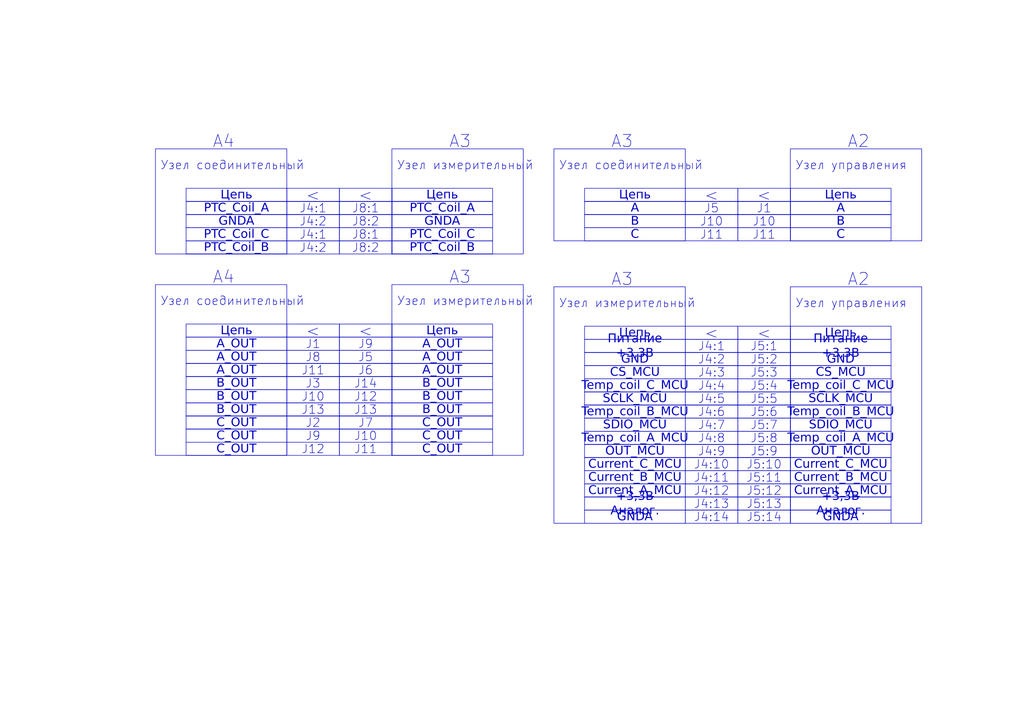
<source format=kicad_sch>
(kicad_sch (version 20230121) (generator eeschema)
  (paper "A4")
  (title_block (comment 1 "МПСТ.76721.758764.03.Э3.М"))
  (lib_symbols)
  (rectangle (start 160.655 83.185) (end 198.755 151.765))
  (rectangle (start 113.665 82.55) (end 151.765 132.08))
  (rectangle (start 45.085 82.55) (end 83.185 132.08))
  (rectangle (start 45.085 43.18) (end 83.185 73.66))
  (rectangle (start 113.665 43.18) (end 151.765 73.66))
  (rectangle (start 229.235 83.185) (end 267.335 151.765))
  (rectangle (start 160.655 43.18) (end 198.755 69.85))
  (rectangle (start 229.235 43.18) (end 267.335 69.85))
  (text_box "J5:5" (at 213.995 113.665 0) (size 15.24 3.81) (effects (font (size 2.5 2.5))))
  (text_box "J7" (at 98.425 120.65 0) (size 15.24 3.81) (effects (font (size 2.5 2.5))))
  (text_box "J5" (at 198.755 58.42 0) (size 15.24 3.81) (effects (font (size 2.5 2.5))))
  (text_box "J14" (at 98.425 109.22 0) (size 15.24 3.81) (effects (font (size 2.5 2.5))))
  (text_box "A" (at 229.235 58.42 0) (size 29.21 3.81) (effects (font (size 2.5 2.5))))
  (text_box "CS_MCU" (at 229.235 106.045 0) (size 29.21 3.81) (effects (font (size 2.5 2.5))))
  (text_box "J2" (at 83.185 120.65 0) (size 15.24 3.81) (effects (font (size 2.5 2.5))))
  (text_box "J8:1" (at 98.425 66.04 0) (size 15.24 3.81) (effects (font (size 2.5 2.5))))
  (text_box "B_OUT" (at 53.975 109.22 0) (size 29.21 3.81) (effects (font (size 2.5 2.5))))
  (text_box "PTC_Coil_B" (at 113.665 69.85 0) (size 29.21 3.81) (effects (font (size 2.5 2.5))))
  (text_box "J10" (at 83.185 113.03 0) (size 15.24 3.81) (effects (font (size 2.5 2.5))))
  (text_box "GNDA" (at 113.665 62.23 0) (size 29.21 3.81) (effects (font (size 2.5 2.5))))
  (text_box "J4:5" (at 198.755 113.665 0) (size 15.24 3.81) (effects (font (size 2.5 2.5))))
  (text_box "A_OUT" (at 113.665 101.6 0) (size 29.21 3.81) (effects (font (size 2.5 2.5))))
  (text_box "J8:1" (at 98.425 58.42 0) (size 15.24 3.81) (effects (font (size 2.5 2.5))))
  (text_box "J4:3" (at 198.755 106.045 0) (size 15.24 3.81) (effects (font (size 2.5 2.5))))
  (text_box "J4:2" (at 83.185 69.85 0) (size 15.24 3.81) (effects (font (size 2.5 2.5))))
  (text_box "Temp_coil_C_MCU" (at 229.235 109.855 0) (size 29.21 3.81) (effects (font (size 2.5 2.5))))
  (text_box "SCLK_MCU" (at 169.545 113.665 0) (size 29.21 3.81) (effects (font (size 2.5 2.5))))
  (text_box "C_OUT" (at 53.975 120.65 0) (size 29.21 3.81) (effects (font (size 2.5 2.5))))
  (text_box "J5:9\n" (at 213.995 128.905 0) (size 15.24 3.81) (effects (font (size 2.5 2.5))))
  (text_box "J10" (at 213.995 62.23 0) (size 15.24 3.81) (effects (font (size 2.5 2.5))))
  (text_box "C_OUT" (at 113.665 120.65 0) (size 29.21 3.81) (effects (font (size 2.5 2.5))))
  (text_box "<" (at 83.185 93.98 0) (size 15.24 3.81) (effects (font (size 3.5 3.5))))
  (text_box "<" (at 198.755 94.615 0) (size 15.24 3.81) (effects (font (size 3.5 3.5))))
  (text_box "A_OUT" (at 113.665 105.41 0) (size 29.21 3.81) (effects (font (size 2.5 2.5))))
  (text_box "<" (at 213.995 94.615 0) (size 15.24 3.81) (effects (font (size 3.5 3.5))))
  (text_box "J4:11" (at 198.755 136.525 0) (size 15.24 3.81) (effects (font (size 2.5 2.5))))
  (text_box "Current_C_MCU" (at 169.545 132.715 0) (size 29.21 3.81) (effects (font (size 2.5 2.5))))
  (text_box "J4:7" (at 198.755 121.285 0) (size 15.24 3.81) (effects (font (size 2.5 2.5))))
  (text_box "J5:6\n" (at 213.995 117.475 0) (size 15.24 3.81) (effects (font (size 2.5 2.5))))
  (text_box "J9" (at 98.425 97.79 0) (size 15.24 3.81) (effects (font (size 2.5 2.5))))
  (text_box "J10\n" (at 98.425 124.46 0) (size 15.24 3.81) (effects (font (size 2.5 2.5))))
  (text_box "Цепь" (at 113.665 54.61 0) (size 29.21 3.81) (effects (font (size 2.5 2.5))))
  (text_box "PTC_Coil_A" (at 53.975 58.42 0) (size 29.21 3.81) (effects (font (size 2.5 2.5))))
  (text_box "Current_C_MCU" (at 229.235 132.715 0) (size 29.21 3.81) (effects (font (size 2.5 2.5))))
  (text_box "B_OUT" (at 113.665 113.03 0) (size 29.21 3.81) (effects (font (size 2.5 2.5))))
  (text_box "Temp_coil_A_MCU" (at 229.235 125.095 0) (size 29.21 3.81) (effects (font (size 2.5 2.5))))
  (text_box "J9" (at 83.185 124.46 0) (size 15.24 3.81) (effects (font (size 2.5 2.5))))
  (text_box "J4:10" (at 198.755 132.715 0) (size 15.24 3.81) (effects (font (size 2.5 2.5))))
  (text_box "C" (at 229.235 66.04 0) (size 29.21 3.81) (effects (font (size 2.5 2.5))))
  (text_box "A_OUT" (at 113.665 97.79 0) (size 29.21 3.81) (effects (font (size 2.5 2.5))))
  (text_box "J11" (at 198.755 66.04 0) (size 15.24 3.81) (effects (font (size 2.5 2.5))))
  (text_box "J5:12" (at 213.995 140.335 0) (size 15.24 3.81) (effects (font (size 2.5 2.5))))
  (text_box "J4:12" (at 198.755 140.335 0) (size 15.24 3.81) (effects (font (size 2.5 2.5))))
  (text_box "Current_B_MCU" (at 169.545 136.525 0) (size 29.21 3.81) (effects (font (size 2.5 2.5))))
  (text_box "PTC_Coil_С" (at 113.665 66.04 0) (size 29.21 3.81) (effects (font (size 2.5 2.5))))
  (text_box "GND" (at 229.235 102.235 0) (size 29.21 3.81) (effects (font (size 2.5 2.5))))
  (text_box "+3,3В Аналог." (at 169.545 144.145 0) (size 29.21 3.81) (effects (font (size 2.5 2.5))))
  (text_box "A_OUT" (at 53.975 101.6 0) (size 29.21 3.81) (effects (font (size 2.5 2.5))))
  (text_box "Питание +3,3В" (at 169.545 98.425 0) (size 29.21 3.81) (effects (font (size 2.5 2.5))))
  (text_box "J11" (at 83.185 105.41 0) (size 15.24 3.81) (effects (font (size 2.5 2.5))))
  (text_box "J5:10" (at 213.995 132.715 0) (size 15.24 3.81) (effects (font (size 2.5 2.5))))
  (text_box "J5:2" (at 213.995 102.235 0) (size 15.24 3.81) (effects (font (size 2.5 2.5))))
  (text_box "Current_A_MCU" (at 169.545 140.335 0) (size 29.21 3.81) (effects (font (size 2.5 2.5))))
  (text_box "J4:2" (at 198.755 102.235 0) (size 15.24 3.81) (effects (font (size 2.5 2.5))))
  (text_box "J4:2" (at 83.185 62.23 0) (size 15.24 3.81) (effects (font (size 2.5 2.5))))
  (text_box "Temp_coil_B_MCU" (at 229.235 117.475 0) (size 29.21 3.81) (effects (font (size 2.5 2.5))))
  (text_box "J6" (at 98.425 105.41 0) (size 15.24 3.81) (effects (font (size 2.5 2.5))))
  (text_box "Цепь" (at 113.665 93.98 0) (size 29.21 3.81) (effects (font (size 2.5 2.5))))
  (text_box "J4:4" (at 198.755 109.855 0) (size 15.24 3.81) (effects (font (size 2.5 2.5))))
  (text_box "PTC_Coil_С" (at 53.975 66.04 0) (size 29.21 3.81) (effects (font (size 2.5 2.5))))
  (text_box "Цепь" (at 53.975 54.61 0) (size 29.21 3.81) (effects (font (size 2.5 2.5))))
  (text_box "J3" (at 83.185 109.22 0) (size 15.24 3.81) (effects (font (size 2.5 2.5))))
  (text_box "J11" (at 213.995 66.04 0) (size 15.24 3.81) (effects (font (size 2.5 2.5))))
  (text_box "J13" (at 83.185 116.84 0) (size 15.24 3.81) (effects (font (size 2.5 2.5))))
  (text_box "J5:3" (at 213.995 106.045 0) (size 15.24 3.81) (effects (font (size 2.5 2.5))))
  (text_box "B" (at 169.545 62.23 0) (size 29.21 3.81) (effects (font (size 2.5 2.5))))
  (text_box "C_OUT" (at 53.975 128.27 0) (size 29.21 3.81) (effects (font (size 2.5 2.5))))
  (text_box "J4:1" (at 83.185 58.42 0) (size 15.24 3.81) (effects (font (size 2.5 2.5))))
  (text_box "J5" (at 98.425 101.6 0) (size 15.24 3.81) (effects (font (size 2.5 2.5))))
  (text_box "SDIO_MCU" (at 229.235 121.285 0) (size 29.21 3.81) (effects (font (size 2.5 2.5))))
  (text_box "<" (at 98.425 93.98 0) (size 15.24 3.81) (effects (font (size 3.5 3.5))))
  (text_box "J8:2" (at 98.425 62.23 0) (size 15.24 3.81) (effects (font (size 2.5 2.5))))
  (text_box "J5:14" (at 213.995 147.955 0) (size 15.24 3.81) (effects (font (size 2.5 2.5))))
  (text_box "J4:9\n" (at 198.755 128.905 0) (size 15.24 3.81) (effects (font (size 2.5 2.5))))
  (text_box "A_OUT" (at 53.975 97.79 0) (size 29.21 3.81) (effects (font (size 2.5 2.5))))
  (text_box "<" (at 83.185 54.61 0) (size 15.24 3.81) (effects (font (size 3.5 3.5))))
  (text_box "A" (at 169.545 58.42 0) (size 29.21 3.81) (effects (font (size 2.5 2.5))))
  (text_box "J4:8\n" (at 198.755 125.095 0) (size 15.24 3.81) (effects (font (size 2.5 2.5))))
  (text_box "GNDA" (at 229.235 147.955 0) (size 29.21 3.81) (effects (font (size 2.5 2.5))))
  (text_box "Питание +3,3В" (at 229.235 98.425 0) (size 29.21 3.81) (effects (font (size 2.5 2.5))))
  (text_box "B_OUT" (at 113.665 109.22 0) (size 29.21 3.81) (effects (font (size 2.5 2.5))))
  (text_box "B_OUT" (at 113.665 116.84 0) (size 29.21 3.81) (effects (font (size 2.5 2.5))))
  (text_box "CS_MCU" (at 169.545 106.045 0) (size 29.21 3.81) (effects (font (size 2.5 2.5))))
  (text_box "GNDA" (at 53.975 62.23 0) (size 29.21 3.81) (effects (font (size 2.5 2.5))))
  (text_box "J12" (at 98.425 113.03 0) (size 15.24 3.81) (effects (font (size 2.5 2.5))))
  (text_box "Temp_coil_C_MCU" (at 169.545 109.855 0) (size 29.21 3.81) (effects (font (size 2.5 2.5))))
  (text_box "J5:1" (at 213.995 98.425 0) (size 15.24 3.81) (effects (font (size 2.5 2.5))))
  (text_box "J5:7" (at 213.995 121.285 0) (size 15.24 3.81) (effects (font (size 2.5 2.5))))
  (text_box "PTC_Coil_B" (at 53.975 69.85 0) (size 29.21 3.81) (effects (font (size 2.5 2.5))))
  (text_box "B_OUT" (at 53.975 113.03 0) (size 29.21 3.81) (effects (font (size 2.5 2.5))))
  (text_box "<" (at 213.995 54.61 0) (size 15.24 3.81) (effects (font (size 3.5 3.5))))
  (text_box "J1" (at 213.995 58.42 0) (size 15.24 3.81) (effects (font (size 2.5 2.5))))
  (text_box "J5:8\n" (at 213.995 125.095 0) (size 15.24 3.81) (effects (font (size 2.5 2.5))))
  (text_box "<" (at 98.425 54.61 0) (size 15.24 3.81) (effects (font (size 3.5 3.5))))
  (text_box "J5:4" (at 213.995 109.855 0) (size 15.24 3.81) (effects (font (size 2.5 2.5))))
  (text_box "OUT_MCU" (at 169.545 128.905 0) (size 29.21 3.81) (effects (font (size 2.5 2.5))))
  (text_box "J8:2" (at 98.425 69.85 0) (size 15.24 3.81) (effects (font (size 2.5 2.5))))
  (text_box "<" (at 198.755 54.61 0) (size 15.24 3.81) (effects (font (size 3.5 3.5))))
  (text_box "B" (at 229.235 62.23 0) (size 29.21 3.81) (effects (font (size 2.5 2.5))))
  (text_box "SDIO_MCU" (at 169.545 121.285 0) (size 29.21 3.81) (effects (font (size 2.5 2.5))))
  (text_box "J4:6\n" (at 198.755 117.475 0) (size 15.24 3.81) (effects (font (size 2.5 2.5))))
  (text_box "C_OUT" (at 113.665 128.27 0) (size 29.21 3.81) (effects (font (size 2.5 2.5))))
  (text_box "Temp_coil_B_MCU" (at 169.545 117.475 0) (size 29.21 3.81) (effects (font (size 2.5 2.5))))
  (text_box "J4:1" (at 83.185 66.04 0) (size 15.24 3.81) (effects (font (size 2.5 2.5))))
  (text_box "J5:11" (at 213.995 136.525 0) (size 15.24 3.81) (effects (font (size 2.5 2.5))))
  (text_box "Current_B_MCU" (at 229.235 136.525 0) (size 29.21 3.81) (effects (font (size 2.5 2.5))))
  (text_box "GNDA" (at 169.545 147.955 0) (size 29.21 3.81) (effects (font (size 2.5 2.5))))
  (text_box "J8" (at 83.185 101.6 0) (size 15.24 3.81) (effects (font (size 2.5 2.5))))
  (text_box "A_OUT" (at 53.975 105.41 0) (size 29.21 3.81) (effects (font (size 2.5 2.5))))
  (text_box "Temp_coil_A_MCU" (at 169.545 125.095 0) (size 29.21 3.81) (effects (font (size 2.5 2.5))))
  (text_box "J5:13\n" (at 213.995 144.145 0) (size 15.24 3.81) (effects (font (size 2.5 2.5))))
  (text_box "J10" (at 198.755 62.23 0) (size 15.24 3.81) (effects (font (size 2.5 2.5))))
  (text_box "J4:14" (at 198.755 147.955 0) (size 15.24 3.81) (effects (font (size 2.5 2.5))))
  (text_box "Цепь" (at 169.545 54.61 0) (size 29.21 3.81) (effects (font (size 2.5 2.5))))
  (text_box "J12\n" (at 83.185 128.27 0) (size 15.24 3.81) (effects (font (size 2.5 2.5))))
  (text_box "PTC_Coil_A" (at 113.665 58.42 0) (size 29.21 3.81) (effects (font (size 2.5 2.5))))
  (text_box "J4:13\n" (at 198.755 144.145 0) (size 15.24 3.81) (effects (font (size 2.5 2.5))))
  (text_box "+3,3В Аналог." (at 229.235 144.145 0) (size 29.21 3.81) (effects (font (size 2.5 2.5))))
  (text_box "J1" (at 83.185 97.79 0) (size 15.24 3.81) (effects (font (size 2.5 2.5))))
  (text_box "J4:1" (at 198.755 98.425 0) (size 15.24 3.81) (effects (font (size 2.5 2.5))))
  (text_box "C" (at 169.545 66.04 0) (size 29.21 3.81) (effects (font (size 2.5 2.5))))
  (text_box "Current_A_MCU" (at 229.235 140.335 0) (size 29.21 3.81) (effects (font (size 2.5 2.5))))
  (text_box "Цепь" (at 169.545 94.615 0) (size 29.21 3.81) (effects (font (size 2.5 2.5))))
  (text_box "B_OUT" (at 53.975 116.84 0) (size 29.21 3.81) (effects (font (size 2.5 2.5))))
  (text_box "Цепь" (at 229.235 94.615 0) (size 29.21 3.81) (effects (font (size 2.5 2.5))))
  (text_box "Цепь" (at 53.975 93.98 0) (size 29.21 3.81) (effects (font (size 2.5 2.5))))
  (text_box "GND" (at 169.545 102.235 0) (size 29.21 3.81) (effects (font (size 2.5 2.5))))
  (text_box "OUT_MCU" (at 229.235 128.905 0) (size 29.21 3.81) (effects (font (size 2.5 2.5))))
  (text_box "Цепь" (at 229.235 54.61 0) (size 29.21 3.81) (effects (font (size 2.5 2.5))))
  (text_box "SCLK_MCU" (at 229.235 113.665 0) (size 29.21 3.81) (effects (font (size 2.5 2.5))))
  (text_box "J13" (at 98.425 116.84 0) (size 15.24 3.81) (effects (font (size 2.5 2.5))))
  (text_box "C_OUT" (at 113.665 124.46 0) (size 29.21 3.81) (effects (font (size 2.5 2.5))))
  (text_box "J11" (at 98.425 128.27 0) (size 15.24 3.81) (effects (font (size 2.5 2.5))))
  (text_box "C_OUT" (at 53.975 124.46 0) (size 29.21 3.81) (effects (font (size 2.5 2.5))))
  (text "A4" (at 61.595 82.55 0) (effects (font (size 3.5 3.5)) (justify left bottom)))
  (text "Узел управления\n" (at 230.505 89.535 0) (effects (font (size 2.5 2.5)) (justify left bottom)))
  (text "Узел соединительный" (at 161.925 49.53 0) (effects (font (size 2.5 2.5)) (justify left bottom)))
  (text "Узел соединительный" (at 46.355 88.9 0) (effects (font (size 2.5 2.5)) (justify left bottom)))
  (text "Узел измерительный\n" (at 114.935 88.9 0) (effects (font (size 2.5 2.5)) (justify left bottom)))
  (text "A3" (at 130.175 82.55 0) (effects (font (size 3.5 3.5)) (justify left bottom)))
  (text "A2" (at 245.745 83.185 0) (effects (font (size 3.5 3.5)) (justify left bottom)))
  (text "A4" (at 61.595 43.18 0) (effects (font (size 3.5 3.5)) (justify left bottom)))
  (text "Узел соединительный" (at 46.355 49.53 0) (effects (font (size 2.5 2.5)) (justify left bottom)))
  (text "A3" (at 177.165 83.185 0) (effects (font (size 3.5 3.5)) (justify left bottom)))
  (text "A3" (at 177.165 43.18 0) (effects (font (size 3.5 3.5)) (justify left bottom)))
  (text "Узел управления" (at 230.505 49.53 0) (effects (font (size 2.5 2.5)) (justify left bottom)))
  (text "Узел измерительный\n" (at 161.925 89.535 0) (effects (font (size 2.5 2.5)) (justify left bottom)))
  (text "A2" (at 245.745 43.18 0) (effects (font (size 3.5 3.5)) (justify left bottom)))
  (text "Узел измерительный" (at 114.935 49.53 0) (effects (font (size 2.5 2.5)) (justify left bottom)))
  (text "A3" (at 130.175 43.18 0) (effects (font (size 3.5 3.5)) (justify left bottom)))
)
</source>
